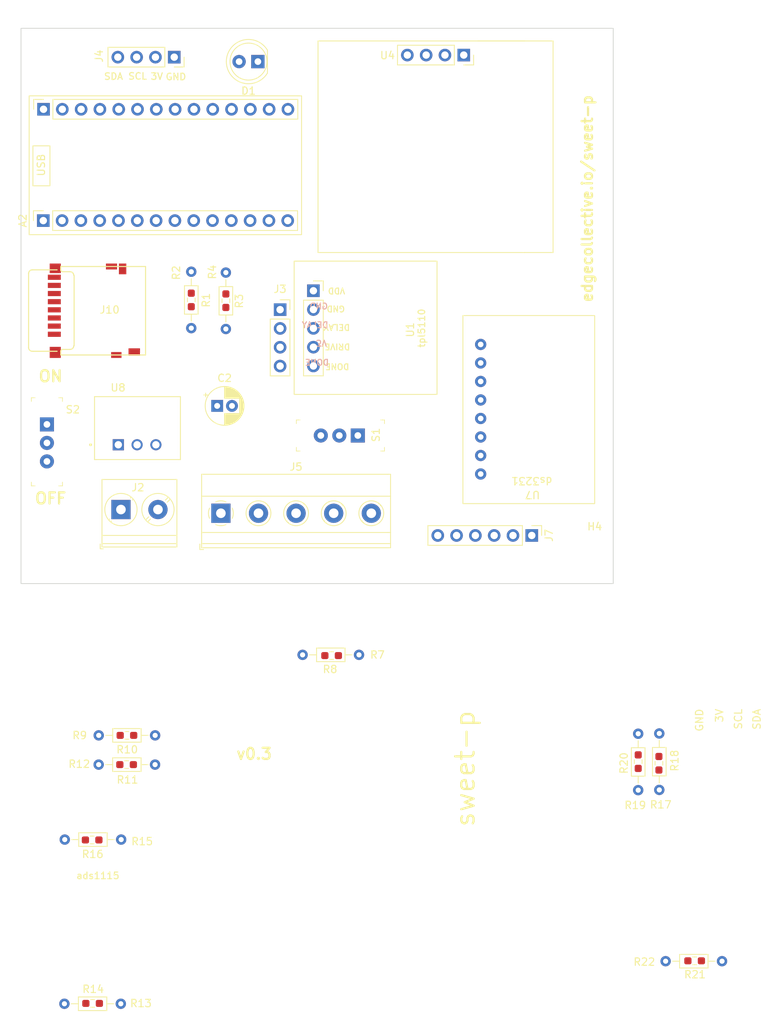
<source format=kicad_pcb>
(kicad_pcb (version 20240108) (generator "pcbnew") (generator_version "8.0")
  (layers (0 "F.Cu" signal) (31 "B.Cu" signal) (34 "B.Paste" user) (35 "F.Paste" user) (36 "B.SilkS" user "B.Silkscreen") (37 "F.SilkS" user "F.Silkscreen") (38 "B.Mask" user) (39 "F.Mask" user) (44 "Edge.Cuts" user))
  (net 0 "")
  (net 1 "TX2")
  (net 2 "RX2")
  (net 3 "TX")
  (net 4 "RX")
  (net 5 "SAT_EN")
  (net 6 "GND")
  (net 7 "+3V3")
  (net 8 "SDA")
  (net 9 "SCL")
  (net 10 "RTC_INT")
  (net 11 "SD_CS")
  (net 12 "MOSI")
  (net 13 "SCK")
  (net 14 "MISO")
  (net 15 "DONE")
  (net 16 "LED")
  (net 17 "VEXT")
  (net 19 "Net-(D1-A)")
  (net 20 "Net-(J3-Pin_2)")
  (net 21 "Net-(R3-Pad2)")
  (net 22 "Net-(R1-Pad1)")
  (net 30 "A1")
  (net 31 "5V_TIMER")
  (net 34 "A4")
  (net 42 "A0")
  (net 45 "5V_DC")
  (net 46 "Net-(U8-+VIN)")
  (footprint "digikey-footprints:Switch_Slide_11.6x4mm_EG1218" (layer "F.Cu") (at 40 78.5 -90)
    (property "Reference" "S2" (at -2 -3.5 0) (layer "F.SilkS"))
    (property "Value" "EG1218")
    (pad "1" thru_hole rect (at 0 0 270) (size 1.9 1.9) (drill 0.9) (layers "*.Cu" "*.Mask") (net 46 "Net-(U8-+VIN)"))
    (pad "2" thru_hole circle (at 2.5 0 270) (size 1.9 1.9) (drill 0.9) (layers "*.Cu" "*.Mask") (net 17 "VEXT"))
    (pad "3" thru_hole circle (at 5 0 270) (size 1.9 1.9) (drill 0.9) (layers "*.Cu" "*.Mask"))
  )
  (footprint "Resistor_THT:R_Axial_DIN0204_L3.6mm_D1.6mm_P7.62mm_Horizontal" (layer "F.Cu") (at 42.41 134.575)
    (property "Reference" "R15" (at 10.45 0.25 0) (layer "F.SilkS"))
    (property "Value" "100K")
    (pad "1" thru_hole circle (at 0 0) (size 1.4 1.4) (drill 0.7) (layers "*.Cu" "*.Mask") (net 30 "A1"))
    (pad "2" thru_hole oval (at 7.62 0) (size 1.4 1.4) (drill 0.7) (layers "*.Cu" "*.Mask") (net 6 "GND"))
  )
  (footprint "footprints:adafruit_tpl511x" (layer "F.Cu") (at 76 60.45)
    (property "Reference" "U1" (at 13.075 5.275 90) (layer "F.SilkS"))
    (property "Value" "adafruit_tpl511x")
    (pad "1" thru_hole rect (at 0 0) (size 1.7 1.7) (drill 1) (layers "*.Cu" "*.Mask") (net 45 "5V_DC"))
    (pad "2" thru_hole oval (at 0 2.54) (size 1.7 1.7) (drill 1) (layers "*.Cu" "*.Mask") (net 6 "GND"))
    (pad "3" thru_hole oval (at 0 5.08) (size 1.7 1.7) (drill 1) (layers "*.Cu" "*.Mask") (net 20 "Net-(J3-Pin_2)"))
    (pad "4" thru_hole oval (at 0 7.62) (size 1.7 1.7) (drill 1) (layers "*.Cu" "*.Mask") (net 31 "5V_TIMER"))
    (pad "5" thru_hole oval (at 0 10.16) (size 1.7 1.7) (drill 1) (layers "*.Cu" "*.Mask") (net 15 "DONE"))
  )
  (footprint "Resistor_THT:R_Axial_DIN0204_L3.6mm_D1.6mm_P7.62mm_Horizontal" (layer "F.Cu") (at 119.875 127.9 90)
    (property "Reference" "R19" (at -2.04 -0.4 0) (layer "F.SilkS"))
    (property "Value" "330")
    (pad "1" thru_hole circle (at 0 0 90) (size 1.4 1.4) (drill 0.7) (layers "*.Cu" "*.Mask") (net 15 "DONE"))
    (pad "2" thru_hole oval (at 7.62 0 90) (size 1.4 1.4) (drill 0.7) (layers "*.Cu" "*.Mask") (net 6 "GND"))
  )
  (footprint "LED_THT:LED_D5.0mm" (layer "F.Cu") (at 68.5 29.5 180)
    (property "Reference" "D1" (at 1.27 -3.96 0) (layer "F.SilkS"))
    (property "Value" "LED")
    (pad "1" thru_hole rect (at 0 0 180) (size 1.8 1.8) (drill 0.9) (layers "*.Cu" "*.Mask") (net 6 "GND"))
    (pad "2" thru_hole circle (at 2.54 0 180) (size 1.8 1.8) (drill 0.9) (layers "*.Cu" "*.Mask") (net 19 "Net-(D1-A)"))
  )
  (footprint "Resistor_THT:R_Axial_DIN0204_L3.6mm_D1.6mm_P7.62mm_Horizontal" (layer "F.Cu") (at 64.175 57.995 -90)
    (property "Reference" "R4" (at -0.07 1.825 90) (layer "F.SilkS"))
    (property "Value" "4.7K")
    (pad "1" thru_hole circle (at 0 0 270) (size 1.4 1.4) (drill 0.7) (layers "*.Cu" "*.Mask") (net 21 "Net-(R3-Pad2)"))
    (pad "2" thru_hole oval (at 7.62 0 270) (size 1.4 1.4) (drill 0.7) (layers "*.Cu" "*.Mask") (net 6 "GND"))
  )
  (footprint "Resistor_SMD:R_0603_1608Metric_Pad0.98x0.95mm_HandSolder" (layer "F.Cu") (at 46.11 134.625)
    (property "Reference" "R16" (at 0.075 1.925 0) (layer "F.SilkS"))
    (property "Value" "100K")
    (pad "1" smd roundrect (at -0.9125 0) (size 0.975 0.95) (layers "F.Cu" "F.Paste" "F.Mask") (net 30 "A1"))
    (pad "2" smd roundrect (at 0.9125 0) (size 0.975 0.95) (layers "F.Cu" "F.Paste" "F.Mask") (net 6 "GND"))
  )
  (footprint "Resistor_THT:R_Axial_DIN0204_L3.6mm_D1.6mm_P7.62mm_Horizontal" (layer "F.Cu") (at 59.5 65.5 90)
    (property "Reference" "R2" (at 7.475 -2.025 90) (layer "F.SilkS"))
    (property "Value" "4.7K")
    (pad "1" thru_hole circle (at 0 0 90) (size 1.4 1.4) (drill 0.7) (layers "*.Cu" "*.Mask") (net 22 "Net-(R1-Pad1)"))
    (pad "2" thru_hole oval (at 7.62 0 90) (size 1.4 1.4) (drill 0.7) (layers "*.Cu" "*.Mask") (net 6 "GND"))
  )
  (footprint "Resistor_THT:R_Axial_DIN0204_L3.6mm_D1.6mm_P7.62mm_Horizontal" (layer "F.Cu") (at 122.725 127.865 90)
    (property "Reference" "R17" (at -2 0.2 0) (layer "F.SilkS"))
    (property "Value" "4.7K")
    (pad "1" thru_hole circle (at 0 0 90) (size 1.4 1.4) (drill 0.7) (layers "*.Cu" "*.Mask") (net 5 "SAT_EN"))
    (pad "2" thru_hole oval (at 7.62 0 90) (size 1.4 1.4) (drill 0.7) (layers "*.Cu" "*.Mask") (net 6 "GND"))
  )
  (footprint "Resistor_SMD:R_0603_1608Metric_Pad0.98x0.95mm_HandSolder" (layer "F.Cu") (at 127.5 150.95 180)
    (property "Reference" "R21" (at -0.04 -1.85 360) (layer "F.SilkS"))
    (property "Value" "10K")
    (pad "1" smd roundrect (at -0.9125 0 180) (size 0.975 0.95) (layers "F.Cu" "F.Paste" "F.Mask") (net 7 "+3V3"))
    (pad "2" smd roundrect (at 0.9125 0 180) (size 0.975 0.95) (layers "F.Cu" "F.Paste" "F.Mask") (net 10 "RTC_INT"))
  )
  (footprint "TerminalBlock_Phoenix:TerminalBlock_Phoenix_PT-1,5-2-5.0-H_1x02_P5.00mm_Horizontal" (layer "F.Cu") (at 50 90)
    (property "Reference" "J2" (at 2.3 -2.975 0) (layer "F.SilkS"))
    (property "Value" "Screw_Terminal_01x02")
    (pad "1" thru_hole rect (at 0 0) (size 2.6 2.6) (drill 1.3) (layers "*.Cu" "*.Mask") (net 17 "VEXT"))
    (pad "2" thru_hole circle (at 5 0) (size 2.6 2.6) (drill 1.3) (layers "*.Cu" "*.Mask") (net 6 "GND"))
  )
  (footprint "Resistor_SMD:R_0603_1608Metric_Pad0.98x0.95mm_HandSolder" (layer "F.Cu") (at 46.1725 156.7)
    (property "Reference" "R14" (at 0.075 -1.925 0) (layer "F.SilkS"))
    (property "Value" "100K")
    (pad "1" smd roundrect (at -0.9125 0) (size 0.975 0.95) (layers "F.Cu" "F.Paste" "F.Mask") (net 17 "VEXT"))
    (pad "2" smd roundrect (at 0.9125 0) (size 0.975 0.95) (layers "F.Cu" "F.Paste" "F.Mask") (net 30 "A1"))
  )
  (footprint "Resistor_SMD:R_0603_1608Metric_Pad0.98x0.95mm_HandSolder" (layer "F.Cu") (at 122.675 124.265 90)
    (property "Reference" "R18" (at 0.35 2.125 90) (layer "F.SilkS"))
    (property "Value" "4.7K")
    (pad "1" smd roundrect (at -0.9125 0 90) (size 0.975 0.95) (layers "F.Cu" "F.Paste" "F.Mask") (net 5 "SAT_EN"))
    (pad "2" smd roundrect (at 0.9125 0 90) (size 0.975 0.95) (layers "F.Cu" "F.Paste" "F.Mask") (net 6 "GND"))
  )
  (footprint "footprints:CONV_P78A05-1000" (layer "F.Cu") (at 49.6425 81.25)
    (property "Reference" "U8" (at -0.035085 -7.702265 360) (layer "F.SilkS") (effects (font (size 1.002244 1.002244))))
    (property "Value" "P78A05-1000")
    (pad "1" thru_hole rect (at 0 0) (size 1.508 1.508) (drill 1) (layers "*.Cu" "*.Mask") (net 46 "Net-(U8-+VIN)"))
    (pad "2" thru_hole circle (at 2.54 0) (size 1.508 1.508) (drill 1) (layers "*.Cu" "*.Mask") (net 6 "GND"))
    (pad "3" thru_hole circle (at 5.08 0) (size 1.508 1.508) (drill 1) (layers "*.Cu" "*.Mask") (net 45 "5V_DC"))
  )
  (footprint "MountingHole:MountingHole_3.2mm_M3" (layer "F.Cu") (at 40 28.5)
    (property "Reference" "H1" (hide yes))
    (property "Value" "MountingHole")
    (pad "" np_thru_hole circle (at 0 0) (size 3.2 3.2) (drill 3.2) (layers "*.Cu" "*.Mask"))
  )
  (footprint "Capacitor_THT:CP_Radial_D5.0mm_P2.00mm" (layer "F.Cu") (at 63 76)
    (property "Reference" "C2" (at 1 -3.75 0) (layer "F.SilkS"))
    (property "Value" "C_Polarized")
    (pad "1" thru_hole rect (at 0 0) (size 1.6 1.6) (drill 0.8) (layers "*.Cu" "*.Mask") (net 31 "5V_TIMER"))
    (pad "2" thru_hole circle (at 2 0) (size 1.6 1.6) (drill 0.8) (layers "*.Cu" "*.Mask") (net 6 "GND"))
  )
  (footprint "Resistor_SMD:R_0603_1608Metric_Pad0.98x0.95mm_HandSolder" (layer "F.Cu") (at 119.875 124.05 90)
    (property "Reference" "R20" (at -0.2 -1.925 90) (layer "F.SilkS"))
    (property "Value" "330")
    (pad "1" smd roundrect (at -0.9125 0 90) (size 0.975 0.95) (layers "F.Cu" "F.Paste" "F.Mask") (net 15 "DONE"))
    (pad "2" smd roundrect (at 0.9125 0 90) (size 0.975 0.95) (layers "F.Cu" "F.Paste" "F.Mask") (net 6 "GND"))
  )
  (footprint "MountingHole:MountingHole_3.2mm_M3" (layer "F.Cu") (at 40 96.5)
    (property "Reference" "H3" (hide yes))
    (property "Value" "MountingHole")
    (pad "" np_thru_hole circle (at 0 0) (size 3.2 3.2) (drill 3.2) (layers "*.Cu" "*.Mask"))
  )
  (footprint "footprints:ds3231_adafruit_breakout" (layer "F.Cu") (at 96.195 76.5 -90)
    (property "Reference" "U7" (at 11.5 -9.405 180) (layer "F.SilkS"))
    (property "Value" "ds3231" (at 9.625 -9.305 180) (layer "F.SilkS"))
    (pad "1" thru_hole circle (at -8.8 -2.4 270) (size 1.524 1.524) (drill 0.762) (layers "*.Cu" "*.Mask") (net 7 "+3V3"))
    (pad "2" thru_hole circle (at -6.3 -2.4 270) (size 1.524 1.524) (drill 0.762) (layers "*.Cu" "*.Mask") (net 6 "GND"))
    (pad "3" thru_hole circle (at -3.8 -2.4 270) (size 1.524 1.524) (drill 0.762) (layers "*.Cu" "*.Mask") (net 9 "SCL"))
    (pad "4" thru_hole circle (at -1.3 -2.4 270) (size 1.524 1.524) (drill 0.762) (layers "*.Cu" "*.Mask") (net 8 "SDA"))
    (pad "5" thru_hole circle (at 1.2 -2.4 270) (size 1.524 1.524) (drill 0.762) (layers "*.Cu" "*.Mask"))
    (pad "6" thru_hole circle (at 3.7 -2.4 270) (size 1.524 1.524) (drill 0.762) (layers "*.Cu" "*.Mask"))
    (pad "7" thru_hole circle (at 6.2 -2.4 270) (size 1.524 1.524) (drill 0.762) (layers "*.Cu" "*.Mask") (net 10 "RTC_INT"))
    (pad "8" thru_hole circle (at 8.7 -2.4 270) (size 1.524 1.524) (drill 0.762) (layers "*.Cu" "*.Mask"))
  )
  (footprint "footprints:DM3D-SF_outline" (layer "F.Cu") (at 41.875 63.125 -90)
    (property "Reference" "J10" (at -0.1 -6.6 360) (layer "F.SilkS"))
    (property "Value" "Micro_SD_Card" (hide yes))
    (pad "1" smd rect (at 3.2 0.875 270) (size 0.7 1.75) (layers "F.Cu" "F.Paste" "F.Mask"))
    (pad "2" smd rect (at 2.1 0.875 270) (size 0.7 1.75) (layers "F.Cu" "F.Paste" "F.Mask") (net 11 "SD_CS"))
    (pad "3" smd rect (at 1 0.875 270) (size 0.7 1.75) (layers "F.Cu" "F.Paste" "F.Mask") (net 12 "MOSI"))
    (pad "4" smd rect (at -0.1 0.875 270) (size 0.7 1.75) (layers "F.Cu" "F.Paste" "F.Mask") (net 7 "+3V3"))
    (pad "5" smd rect (at -1.2 0.875 270) (size 0.7 1.75) (layers "F.Cu" "F.Paste" "F.Mask") (net 13 "SCK"))
    (pad "6" smd rect (at -2.3 0.875 270) (size 0.7 1.75) (layers "F.Cu" "F.Paste" "F.Mask") (net 6 "GND"))
    (pad "7" smd rect (at -3.4 0.875 270) (size 0.7 1.75) (layers "F.Cu" "F.Paste" "F.Mask") (net 14 "MISO"))
    (pad "8" smd rect (at -4.5 0.875 270) (size 0.7 1.75) (layers "F.Cu" "F.Paste" "F.Mask"))
    (pad "9" smd rect (at -5.7 0.75 270) (size 1.3 1.5) (layers "F.Cu" "F.Paste" "F.Mask"))
    (pad "10" smd rect (at -5.95 -6.85 270) (size 0.8 1.5) (layers "F.Cu" "F.Paste" "F.Mask"))
    (pad "11" smd rect (at 6 -7.5 270) (size 0.8 1.4) (layers "F.Cu" "F.Paste" "F.Mask"))
    (pad "12" smd rect (at 5.65 0.75 270) (size 1.5 1.5) (layers "F.Cu" "F.Paste" "F.Mask"))
    (pad "A" smd rect (at 5.6 -9.925 270) (size 1 1.55) (layers "F.Cu" "F.Paste" "F.Mask"))
    (pad "B" smd rect (at -5.625 -8.35 270) (size 1.45 1) (layers "F.Cu" "F.Paste" "F.Mask"))
  )
  (footprint "Resistor_THT:R_Axial_DIN0204_L3.6mm_D1.6mm_P7.62mm_Horizontal" (layer "F.Cu") (at 42.3625 156.75)
    (property "Reference" "R13" (at 10.335 -0.05 0) (layer "F.SilkS"))
    (property "Value" "100K")
    (pad "1" thru_hole circle (at 0 0) (size 1.4 1.4) (drill 0.7) (layers "*.Cu" "*.Mask") (net 17 "VEXT"))
    (pad "2" thru_hole oval (at 7.62 0) (size 1.4 1.4) (drill 0.7) (layers "*.Cu" "*.Mask") (net 30 "A1"))
  )
  (footprint "Resistor_SMD:R_0603_1608Metric_Pad0.98x0.95mm_HandSolder" (layer "F.Cu") (at 59.5 61.69 90)
    (property "Reference" "R1" (at -0.04 2 90) (layer "F.SilkS"))
    (property "Value" "4.7K")
    (pad "1" smd roundrect (at -0.9125 0 90) (size 0.975 0.95) (layers "F.Cu" "F.Paste" "F.Mask") (net 22 "Net-(R1-Pad1)"))
    (pad "2" smd roundrect (at 0.9125 0 90) (size 0.975 0.95) (layers "F.Cu" "F.Paste" "F.Mask") (net 6 "GND"))
  )
  (footprint "Connector_PinSocket_2.54mm:PinSocket_1x04_P2.54mm_Vertical" (layer "F.Cu") (at 71.5 63)
    (property "Reference" "J3" (at 0 -2.77 360) (layer "F.SilkS"))
    (property "Value" "Conn_01x04_Female")
    (pad "1" thru_hole rect (at 0 0) (size 1.7 1.7) (drill 1) (layers "*.Cu" "*.Mask") (net 6 "GND"))
    (pad "2" thru_hole oval (at 0 2.54) (size 1.7 1.7) (drill 1) (layers "*.Cu" "*.Mask") (net 20 "Net-(J3-Pin_2)"))
    (pad "3" thru_hole oval (at 0 5.08) (size 1.7 1.7) (drill 1) (layers "*.Cu" "*.Mask") (net 7 "+3V3"))
    (pad "4" thru_hole oval (at 0 7.62) (size 1.7 1.7) (drill 1) (layers "*.Cu" "*.Mask") (net 15 "DONE"))
  )
  (footprint "Resistor_THT:R_Axial_DIN0204_L3.6mm_D1.6mm_P7.62mm_Horizontal" (layer "F.Cu") (at 82.16 109.625 180)
    (property "Reference" "R7" (at -2.49 0 0) (layer "F.SilkS"))
    (property "Value" "4.7K")
    (pad "1" thru_hole circle (at 0 0 180) (size 1.4 1.4) (drill 0.7) (layers "*.Cu" "*.Mask") (net 16 "LED"))
    (pad "2" thru_hole oval (at 7.62 0 180) (size 1.4 1.4) (drill 0.7) (layers "*.Cu" "*.Mask") (net 19 "Net-(D1-A)"))
  )
  (footprint "Resistor_THT:R_Axial_DIN0204_L3.6mm_D1.6mm_P7.62mm_Horizontal" (layer "F.Cu") (at 54.61 124.45 180)
    (property "Reference" "R12" (at 10.245 0.075 0) (layer "F.SilkS"))
    (property "Value" "4.7K")
    (pad "1" thru_hole circle (at 0 0 180) (size 1.4 1.4) (drill 0.7) (layers "*.Cu" "*.Mask") (net 7 "+3V3"))
    (pad "2" thru_hole oval (at 7.62 0 180) (size 1.4 1.4) (drill 0.7) (layers "*.Cu" "*.Mask") (net 9 "SCL"))
  )
  (footprint "footprints:itsybitsy" (layer "F.Cu") (at 39.51 50.975 90)
    (property "Reference" "A2" (at 0 -2.77 90) (layer "F.SilkS"))
    (property "Value" "itsybitsy_nrf52840_express")
    (fp_text user "USB" (at 5.9 0.3 90) (layer "F.SilkS") (effects (justify left bottom)))
    (pad "1" thru_hole rect (at 0 0 90) (size 1.7 1.7) (drill 1) (layers "*.Cu" "*.Mask"))
    (pad "2" thru_hole oval (at 0 2.54 90) (size 1.7 1.7) (drill 1) (layers "*.Cu" "*.Mask") (net 7 "+3V3"))
    (pad "3" thru_hole oval (at 0 5.08 90) (size 1.7 1.7) (drill 1) (layers "*.Cu" "*.Mask"))
    (pad "4" thru_hole oval (at 0 7.62 90) (size 1.7 1.7) (drill 1) (layers "*.Cu" "*.Mask"))
    (pad "5" thru_hole oval (at 0 10.16 90) (size 1.7 1.7) (drill 1) (layers "*.Cu" "*.Mask") (net 42 "A0"))
    (pad "6" thru_hole oval (at 0 12.7 90) (size 1.7 1.7) (drill 1) (layers "*.Cu" "*.Mask") (net 5 "SAT_EN"))
    (pad "7" thru_hole oval (at 0 15.24 90) (size 1.7 1.7) (drill 1) (layers "*.Cu" "*.Mask") (net 30 "A1"))
    (pad "8" thru_hole oval (at 0 17.78 90) (size 1.7 1.7) (drill 1) (layers "*.Cu" "*.Mask") (net 15 "DONE"))
    (pad "9" thru_hole oval (at 0 20.32 90) (size 1.7 1.7) (drill 1) (layers "*.Cu" "*.Mask") (net 34 "A4"))
    (pad "10" thru_hole oval (at 0 22.86 90) (size 1.7 1.7) (drill 1) (layers "*.Cu" "*.Mask"))
    (pad "11" thru_hole oval (at 0 25.4 90) (size 1.7 1.7) (drill 1) (layers "*.Cu" "*.Mask"))
    (pad "12" thru_hole oval (at 0 27.94 90) (size 1.7 1.7) (drill 1) (layers "*.Cu" "*.Mask"))
    (pad "13" thru_hole oval (at 0 30.48 90) (size 1.7 1.7) (drill 1) (layers "*.Cu" "*.Mask"))
    (pad "14" thru_hole oval (at 0 33.02 90) (size 1.7 1.7) (drill 1) (layers "*.Cu" "*.Mask"))
    (pad "15" thru_hole oval (at 15.035 33.05 90) (size 1.7 1.7) (drill 1) (layers "*.Cu" "*.Mask") (net 4 "RX"))
    (pad "16" thru_hole oval (at 15.035 30.51 90) (size 1.7 1.7) (drill 1) (layers "*.Cu" "*.Mask") (net 3 "TX"))
    (pad "17" thru_hole oval (at 15.035 27.97 90) (size 1.7 1.7) (drill 1) (layers "*.Cu" "*.Mask") (net 8 "SDA"))
    (pad "18" thru_hole oval (at 15.035 25.43 90) (size 1.7 1.7) (drill 1) (layers "*.Cu" "*.Mask") (net 9 "SCL"))
    (pad "19" thru_hole oval (at 15.035 22.89 90) (size 1.7 1.7) (drill 1) (layers "*.Cu" "*.Mask"))
    (pad "20" thru_hole oval (at 15.035 20.35 90) (size 1.7 1.7) (drill 1) (layers "*.Cu" "*.Mask"))
    (pad "21" thru_hole oval (at 15.035 17.81 90) (size 1.7 1.7) (drill 1) (layers "*.Cu" "*.Mask"))
    (pad "22" thru_hole oval (at 15.035 15.27 90) (size 1.7 1.7) (drill 1) (layers "*.Cu" "*.Mask") (net 11 "SD_CS"))
    (pad "23" thru_hole oval (at 15.035 12.73 90) (size 1.7 1.7) (drill 1) (layers "*.Cu" "*.Mask") (net 2 "RX2"))
    (pad "24" thru_hole oval (at 15.035 10.19 90) (size 1.7 1.7) (drill 1) (layers "*.Cu" "*.Mask") (net 1 "TX2"))
    (pad "25" thru_hole oval (at 15.035 7.65 90) (size 1.7 1.7) (drill 1) (layers "*.Cu" "*.Mask") (net 16 "LED"))
    (pad "26" thru_hole oval (at 15.035 5.11 90) (size 1.7 1.7) (drill 1) (layers "*.Cu" "*.Mask"))
    (pad "27" thru_hole oval (at 15.035 2.57 90) (size 1.7 1.7) (drill 1) (layers "*.Cu" "*.Mask") (net 6 "GND"))
    (pad "28" thru_hole rect (at 15.035 0.03 90) (size 1.7 1.7) (drill 1) (layers "*.Cu" "*.Mask") (net 31 "5V_TIMER"))
  )
  (footprint "Resistor_THT:R_Axial_DIN0204_L3.6mm_D1.6mm_P7.62mm_Horizontal" (layer "F.Cu") (at 131.2 151 180)
    (property "Reference" "R22" (at 10.5 -0.1 360) (layer "F.SilkS"))
    (property "Value" "R")
    (pad "1" thru_hole circle (at 0 0 180) (size 1.4 1.4) (drill 0.7) (layers "*.Cu" "*.Mask") (net 7 "+3V3"))
    (pad "2" thru_hole oval (at 7.62 0 180) (size 1.4 1.4) (drill 0.7) (layers "*.Cu" "*.Mask") (net 10 "RTC_INT"))
  )
  (footprint "Connector_PinHeader_2.54mm:PinHeader_1x06_P2.54mm_Vertical" (layer "F.Cu") (at 105.5 93.5 -90)
    (property "Reference" "J7" (at 0 -2.33 90) (layer "F.SilkS"))
    (property "Value" "Conn_01x06_Pin")
    (pad "1" thru_hole rect (at 0 0 270) (size 1.7 1.7) (drill 1) (layers "*.Cu" "*.Mask") (net 7 "+3V3"))
    (pad "2" thru_hole oval (at 0 2.54 270) (size 1.7 1.7) (drill 1) (layers "*.Cu" "*.Mask") (net 45 "5V_DC"))
    (pad "3" thru_hole oval (at 0 5.08 270) (size 1.7 1.7) (drill 1) (layers "*.Cu" "*.Mask") (net 5 "SAT_EN"))
    (pad "4" thru_hole oval (at 0 7.62 270) (size 1.7 1.7) (drill 1) (layers "*.Cu" "*.Mask") (net 1 "TX2"))
    (pad "5" thru_hole oval (at 0 10.16 270) (size 1.7 1.7) (drill 1) (layers "*.Cu" "*.Mask") (net 2 "RX2"))
    (pad "6" thru_hole oval (at 0 12.7 270) (size 1.7 1.7) (drill 1) (layers "*.Cu" "*.Mask") (net 6 "GND"))
  )
  (footprint "Resistor_THT:R_Axial_DIN0204_L3.6mm_D1.6mm_P7.62mm_Horizontal" (layer "F.Cu") (at 54.62 120.5 180)
    (property "Reference" "R9" (at 10.195 0 180) (layer "F.SilkS"))
    (property "Value" "4.7K")
    (pad "1" thru_hole circle (at 0 0 180) (size 1.4 1.4) (drill 0.7) (layers "*.Cu" "*.Mask") (net 7 "+3V3"))
    (pad "2" thru_hole oval (at 7.62 0 180) (size 1.4 1.4) (drill 0.7) (layers "*.Cu" "*.Mask") (net 8 "SDA"))
  )
  (footprint "Resistor_SMD:R_0603_1608Metric_Pad0.98x0.95mm_HandSolder" (layer "F.Cu") (at 50.81 120.5 180)
    (property "Reference" "R10" (at -0.03 -1.925 0) (layer "F.SilkS"))
    (property "Value" "4.7K")
    (pad "1" smd roundrect (at -0.9125 0 180) (size 0.975 0.95) (layers "F.Cu" "F.Paste" "F.Mask") (net 7 "+3V3"))
    (pad "2" smd roundrect (at 0.9125 0 180) (size 0.975 0.95) (layers "F.Cu" "F.Paste" "F.Mask") (net 8 "SDA"))
  )
  (footprint "Resistor_SMD:R_0603_1608Metric_Pad0.98x0.95mm_HandSolder" (layer "F.Cu") (at 64.175 61.7925 90)
    (property "Reference" "R3" (at -0.0525 1.8 90) (layer "F.SilkS"))
    (property "Value" "4.7K")
    (pad "1" smd roundrect (at -0.9125 0 90) (size 0.975 0.95) (layers "F.Cu" "F.Paste" "F.Mask") (net 6 "GND"))
    (pad "2" smd roundrect (at 0.9125 0 90) (size 0.975 0.95) (layers "F.Cu" "F.Paste" "F.Mask") (net 21 "Net-(R3-Pad2)"))
  )
  (footprint "digikey-footprints:Switch_Slide_11.6x4mm_EG1218" (layer "F.Cu") (at 82 80 180)
    (property "Reference" "S1" (at -2.445 0.075 90) (layer "F.SilkS"))
    (property "Value" "EG1218")
    (pad "1" thru_hole rect (at 0 0 180) (size 1.9 1.9) (drill 0.9) (layers "*.Cu" "*.Mask") (net 22 "Net-(R1-Pad1)"))
    (pad "2" thru_hole circle (at 2.5 0 180) (size 1.9 1.9) (drill 0.9) (layers "*.Cu" "*.Mask") (net 20 "Net-(J3-Pin_2)"))
    (pad "3" thru_hole circle (at 5 0 180) (size 1.9 1.9) (drill 0.9) (layers "*.Cu" "*.Mask") (net 21 "Net-(R3-Pad2)"))
  )
  (footprint "MountingHole:MountingHole_3.2mm_M3" (layer "F.Cu") (at 114 96.5)
    (property "Reference" "H4" (at 0 -4.2 0) (layer "F.SilkS"))
    (property "Value" "MountingHole")
    (pad "" np_thru_hole circle (at 0 0) (size 3.2 3.2) (drill 3.2) (layers "*.Cu" "*.Mask"))
  )
  (footprint "Resistor_SMD:R_0603_1608Metric_Pad0.98x0.95mm_HandSolder" (layer "F.Cu") (at 78.46 109.725 180)
    (property "Reference" "R8" (at 0.21 -1.85 0) (layer "F.SilkS"))
    (property "Value" "4.7K")
    (pad "1" smd roundrect (at -0.9125 0 180) (size 0.975 0.95) (layers "F.Cu" "F.Paste" "F.Mask") (net 16 "LED"))
    (pad "2" smd roundrect (at 0.9125 0 180) (size 0.975 0.95) (layers "F.Cu" "F.Paste" "F.Mask") (net 19 "Net-(D1-A)"))
  )
  (footprint "MountingHole:MountingHole_3.2mm_M3" (layer "F.Cu") (at 113 28.5)
    (property "Reference" "H2" (hide yes))
    (property "Value" "MountingHole")
    (pad "" np_thru_hole circle (at 0 0) (size 3.2 3.2) (drill 3.2) (layers "*.Cu" "*.Mask"))
  )
  (footprint "Resistor_SMD:R_0603_1608Metric_Pad0.98x0.95mm_HandSolder" (layer "F.Cu") (at 50.765 124.45 180)
    (property "Reference" "R11" (at -0.12 -2.05 0) (layer "F.SilkS"))
    (property "Value" "4.7K")
    (pad "1" smd roundrect (at -0.9125 0 180) (size 0.975 0.95) (layers "F.Cu" "F.Paste" "F.Mask") (net 7 "+3V3"))
    (pad "2" smd roundrect (at 0.9125 0 180) (size 0.975 0.95) (layers "F.Cu" "F.Paste" "F.Mask") (net 9 "SCL"))
  )
  (footprint "footprints:ssd1306_a" (layer "F.Cu") (at 96.31 28.6175 -90)
    (property "Reference" "U4" (at 0.05 10.3 0) (layer "F.SilkS"))
    (property "Value" "ssd1306")
    (pad "1" thru_hole oval (at 0 7.62 270) (size 1.7 1.7) (drill 1) (layers "*.Cu" "*.Mask") (net 6 "GND"))
    (pad "2" thru_hole oval (at 0 5.08 270) (size 1.7 1.7) (drill 1) (layers "*.Cu" "*.Mask") (net 7 "+3V3"))
    (pad "3" thru_hole oval (at 0 2.54 270) (size 1.7 1.7) (drill 1) (layers "*.Cu" "*.Mask") (net 9 "SCL"))
    (pad "4" thru_hole rect (at 0 0 270) (size 1.7 1.7) (drill 1) (layers "*.Cu" "*.Mask") (net 8 "SDA"))
  )
  (footprint "TerminalBlock_Phoenix:TerminalBlock_Phoenix_MKDS-1,5-5-5.08_1x05_P5.08mm_Horizontal" (layer "F.Cu") (at 63.5 90.5)
    (property "Reference" "J5" (at 10.16 -6.26 0) (layer "F.SilkS"))
    (property "Value" "Screw_Terminal_01x05")
    (pad "1" thru_hole rect (at 0 0) (size 2.6 2.6) (drill 1.3) (layers "*.Cu" "*.Mask") (net 6 "GND"))
    (pad "2" thru_hole circle (at 5.08 0) (size 2.6 2.6) (drill 1.3) (layers "*.Cu" "*.Mask") (net 7 "+3V3"))
    (pad "3" thru_hole circle (at 10.16 0) (size 2.6 2.6) (drill 1.3) (layers "*.Cu" "*.Mask") (net 4 "RX"))
    (pad "4" thru_hole circle (at 15.24 0) (size 2.6 2.6) (drill 1.3) (layers "*.Cu" "*.Mask") (net 3 "TX"))
    (pad "5" thru_hole circle (at 20.32 0) (size 2.6 2.6) (drill 1.3) (layers "*.Cu" "*.Mask") (net 34 "A4"))
  )
  (footprint "Connector_PinSocket_2.54mm:PinSocket_1x04_P2.54mm_Vertical" (layer "F.Cu") (at 57.2 28.9 -90)
    (property "Reference" "J4" (at -0.15 10.15 90) (layer "F.SilkS"))
    (property "Value" "Conn_01x04_Female")
    (pad "1" thru_hole rect (at 0 0 270) (size 1.7 1.7) (drill 1) (layers "*.Cu" "*.Mask") (net 6 "GND"))
    (pad "2" thru_hole oval (at 0 2.54 270) (size 1.7 1.7) (drill 1) (layers "*.Cu" "*.Mask") (net 7 "+3V3"))
    (pad "3" thru_hole oval (at 0 5.08 270) (size 1.7 1.7) (drill 1) (layers "*.Cu" "*.Mask") (net 9 "SCL"))
    (pad "4" thru_hole oval (at 0 7.62 270) (size 1.7 1.7) (drill 1) (layers "*.Cu" "*.Mask") (net 8 "SDA"))
  )
  (gr_rect (start 36.5 25) (end 116.5 100) (stroke (width 0.1)) (fill none) (layer "Edge.Cuts"))
  (gr_text "3V" (at 77.075 67.5 180) (layer "B.SilkS") (effects (font (size 0.8 0.8)) (justify mirror)))
  (gr_text "GND" (at 76.725 62.55 0) (layer "B.SilkS") (effects (font (size 0.8 0.8)) (justify mirror)))
  (gr_text "DONE" (at 76.475 70.15 0) (layer "B.SilkS") (effects (font (size 0.8 0.8)) (justify mirror)))
  (gr_text "DELAY" (at 76.225 65.075 0) (layer "B.SilkS") (effects (font (size 0.8 0.8)) (justify mirror)))
  (gr_text "ON" (at 40.5 72 0) (layer "F.SilkS") (effects (font (size 1.5 1.5) (thickness 0.3))))
  (gr_text "3V" (at 130.85 117.825 90) (layer "F.SilkS") (effects (font (size 1 1))))
  (gr_text "OFF" (at 40.5 88.5 0) (layer "F.SilkS") (effects (font (size 1.5 1.5) (thickness 0.3))))
  (gr_text "3V" (at 54.85 31.5 0) (layer "F.SilkS") (effects (font (size 0.9 0.9))))
  (gr_text "sweet-p" (at 96.5 125 90) (layer "F.SilkS") (effects (font (size 2.5 2.5) (thickness 0.3))))
  (gr_text "GND" (at 128.15 118.444048 90) (layer "F.SilkS") (effects (font (size 1 1))))
  (gr_text "SDA" (at 135.9 118.325 90) (layer "F.SilkS") (effects (font (size 1 1))))
  (gr_text "DRIVE" (at 79.25 68 180) (layer "F.SilkS") (effects (font (size 0.8 0.8))))
  (gr_text "SCL" (at 133.4 118.301191 90) (layer "F.SilkS") (effects (font (size 1 1))))
  (gr_text "edgecollective.io/sweet-p" (at 113 48 90) (layer "F.SilkS") (effects (font (size 1.4 1.4) (thickness 0.3))))
  (gr_text "GND" (at 57.425 31.55 0) (layer "F.SilkS") (effects (font (size 0.9 0.9))))
  (gr_text "SDA" (at 49 31.5 0) (layer "F.SilkS") (effects (font (size 0.9 0.9))))
  (gr_text "DONE" (at 79.225 70.675 180) (layer "F.SilkS") (effects (font (size 0.8 0.8))))
  (gr_text "SCL" (at 52.25 31.475 0) (layer "F.SilkS") (effects (font (size 0.9 0.9))))
  (gr_text "tpl5110" (at 90.625 65.5 90) (layer "F.SilkS") (effects (font (size 0.9 0.9))))
  (gr_text "v0.3" (at 68 123 0) (layer "F.SilkS") (effects (font (size 1.5 1.5) (thickness 0.3))))
  (gr_text "GND" (at 79.025 62.875 180) (layer "F.SilkS") (effects (font (size 0.8 0.8))))
  (gr_text "VDD" (at 79.125 60.45 180) (layer "F.SilkS") (effects (font (size 0.8 0.8))))
  (gr_text "ads1115" (at 46.885 139.45 0) (layer "F.SilkS") (effects (font (size 0.9 0.9))))
  (gr_text "DELAY" (at 79.15 65.375 180) (layer "F.SilkS") (effects (font (size 0.8 0.8))))
)
</source>
